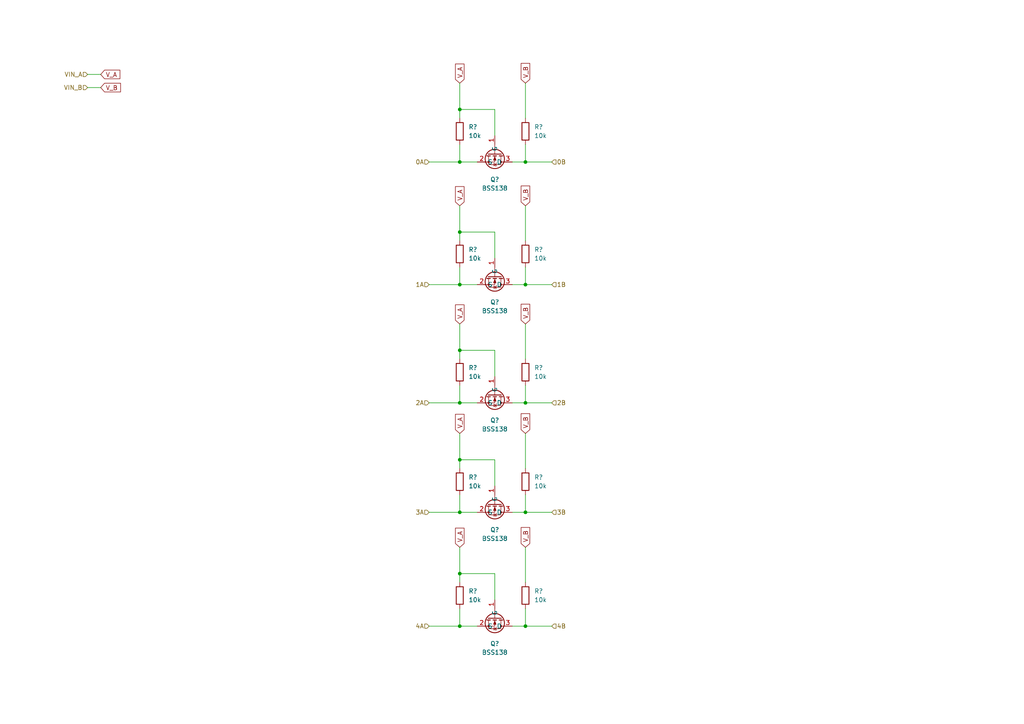
<source format=kicad_sch>
(kicad_sch (version 20211123) (generator eeschema)
  (paper "A4")
  (lib_symbols
    (symbol "000_MOSFET_Immo:BSS138"
      (property "Reference" "Q" (at 5.08 1.905 0))
      (property "Value" "BSS138" (at 5.08 0 0))
      (symbol "BSS138_0_1"
        (polyline (pts (xy 0.254 0) (xy -2.54 0)))
        (polyline (pts (xy 0.254 1.905) (xy 0.254 -1.905)) (stroke (width 0.254)))
        (polyline (pts (xy 0.762 -1.27) (xy 0.762 -2.286)) (stroke (width 0.254)))
        (polyline (pts (xy 0.762 0.508) (xy 0.762 -0.508)) (stroke (width 0.254)))
        (polyline (pts (xy 0.762 2.286) (xy 0.762 1.27)) (stroke (width 0.254)))
        (polyline (pts (xy 2.54 2.54) (xy 2.54 1.778)))
        (polyline (pts (xy 2.54 -2.54) (xy 2.54 0) (xy 0.762 0)))
        (polyline (pts (xy 0.762 -1.778) (xy 3.302 -1.778) (xy 3.302 1.778) (xy 0.762 1.778)))
        (polyline (pts (xy 1.016 0) (xy 2.032 0.381) (xy 2.032 -0.381) (xy 1.016 0)) (fill (type outline)))
        (polyline (pts (xy 2.794 0.508) (xy 2.921 0.381) (xy 3.683 0.381) (xy 3.81 0.254)))
        (polyline (pts (xy 3.302 0.381) (xy 2.921 -0.254) (xy 3.683 -0.254) (xy 3.302 0.381)))
        (circle (center 1.651 0) (radius 2.794) (stroke (width 0.254)))
        (circle (center 2.54 -1.778) (radius 0.254) (fill (type outline)))
        (circle (center 2.54 1.778) (radius 0.254) (fill (type outline)))
      )
      (symbol "BSS138_1_1"
        (pin input line (at -5.08 0 0) (length 2.54) (name "G") (number "1"))
        (pin passive line (at 2.54 -5.08 90) (length 2.54) (name "S") (number "2"))
        (pin passive line (at 2.54 5.08 270) (length 2.54) (name "D") (number "3"))
      )
    )
    (symbol "000_Resistors_Immo:Resistor_0805" (pin_numbers hide) (pin_names (offset 0))
      (property "Reference" "R?" (at 2.54 1.2701 0))
      (property "Value" "Resistor_0805" (at 2.54 -1.2699 0))
      (symbol "Resistor_0805_0_1"
        (rectangle (start -1.016 -2.54) (end 1.016 2.54) (stroke (width 0.254)))
      )
      (symbol "Resistor_0805_1_1"
        (pin passive line (at 0 3.81 270) (length 1.27) (name "~") (number "1"))
        (pin passive line (at 0 -3.81 90) (length 1.27) (name "~") (number "2"))
      )
    )
  )
  (junction (at 133.35 181.61))
  (junction (at 133.35 67.31))
  (junction (at 133.35 46.99))
  (junction (at 133.35 82.55))
  (junction (at 152.4 148.59))
  (junction (at 152.4 82.55))
  (junction (at 133.35 116.84))
  (junction (at 133.35 133.35))
  (junction (at 152.4 181.61))
  (junction (at 152.4 116.84))
  (junction (at 133.35 148.59))
  (junction (at 133.35 101.6))
  (junction (at 152.4 46.99))
  (junction (at 133.35 166.37))
  (junction (at 133.35 31.75))
  (wire (pts (xy 152.4 77.47) (xy 152.4 82.55)))
  (wire (pts (xy 143.51 31.75) (xy 133.35 31.75)))
  (wire (pts (xy 133.35 143.51) (xy 133.35 148.59)))
  (wire (pts (xy 133.35 41.91) (xy 133.35 46.99)))
  (wire (pts (xy 152.4 143.51) (xy 152.4 148.59)))
  (wire (pts (xy 152.4 41.91) (xy 152.4 46.99)))
  (wire (pts (xy 148.59 82.55) (xy 152.4 82.55)))
  (wire (pts (xy 133.35 125.73) (xy 133.35 133.35)))
  (wire (pts (xy 148.59 148.59) (xy 152.4 148.59)))
  (wire (pts (xy 124.46 46.99) (xy 133.35 46.99)))
  (wire (pts (xy 133.35 111.76) (xy 133.35 116.84)))
  (wire (pts (xy 124.46 82.55) (xy 133.35 82.55)))
  (wire (pts (xy 152.4 24.13) (xy 152.4 34.29)))
  (wire (pts (xy 143.51 67.31) (xy 133.35 67.31)))
  (wire (pts (xy 133.35 67.31) (xy 133.35 69.85)))
  (wire (pts (xy 143.51 31.75) (xy 143.51 39.37)))
  (wire (pts (xy 133.35 82.55) (xy 138.43 82.55)))
  (wire (pts (xy 152.4 125.73) (xy 152.4 135.89)))
  (wire (pts (xy 133.35 93.98) (xy 133.35 101.6)))
  (wire (pts (xy 133.35 176.53) (xy 133.35 181.61)))
  (wire (pts (xy 152.4 158.75) (xy 152.4 168.91)))
  (wire (pts (xy 133.35 24.13) (xy 133.35 31.75)))
  (wire (pts (xy 133.35 133.35) (xy 133.35 135.89)))
  (wire (pts (xy 143.51 166.37) (xy 133.35 166.37)))
  (wire (pts (xy 143.51 67.31) (xy 143.51 74.93)))
  (wire (pts (xy 133.35 101.6) (xy 133.35 104.14)))
  (wire (pts (xy 133.35 77.47) (xy 133.35 82.55)))
  (wire (pts (xy 152.4 59.69) (xy 152.4 69.85)))
  (wire (pts (xy 133.35 181.61) (xy 138.43 181.61)))
  (wire (pts (xy 124.46 181.61) (xy 133.35 181.61)))
  (wire (pts (xy 152.4 82.55) (xy 160.02 82.55)))
  (wire (pts (xy 143.51 133.35) (xy 133.35 133.35)))
  (wire (pts (xy 152.4 46.99) (xy 160.02 46.99)))
  (wire (pts (xy 133.35 116.84) (xy 138.43 116.84)))
  (wire (pts (xy 133.35 31.75) (xy 133.35 34.29)))
  (wire (pts (xy 133.35 166.37) (xy 133.35 168.91)))
  (wire (pts (xy 148.59 116.84) (xy 152.4 116.84)))
  (wire (pts (xy 25.4 25.4) (xy 29.21 25.4)))
  (wire (pts (xy 152.4 93.98) (xy 152.4 104.14)))
  (wire (pts (xy 152.4 181.61) (xy 160.02 181.61)))
  (wire (pts (xy 133.35 59.69) (xy 133.35 67.31)))
  (wire (pts (xy 143.51 101.6) (xy 133.35 101.6)))
  (wire (pts (xy 148.59 181.61) (xy 152.4 181.61)))
  (wire (pts (xy 152.4 148.59) (xy 160.02 148.59)))
  (wire (pts (xy 133.35 158.75) (xy 133.35 166.37)))
  (wire (pts (xy 124.46 116.84) (xy 133.35 116.84)))
  (wire (pts (xy 124.46 148.59) (xy 133.35 148.59)))
  (wire (pts (xy 148.59 46.99) (xy 152.4 46.99)))
  (wire (pts (xy 152.4 111.76) (xy 152.4 116.84)))
  (wire (pts (xy 152.4 176.53) (xy 152.4 181.61)))
  (wire (pts (xy 25.4 21.59) (xy 29.21 21.59)))
  (wire (pts (xy 143.51 101.6) (xy 143.51 109.22)))
  (wire (pts (xy 152.4 116.84) (xy 160.02 116.84)))
  (wire (pts (xy 143.51 133.35) (xy 143.51 140.97)))
  (wire (pts (xy 133.35 46.99) (xy 138.43 46.99)))
  (wire (pts (xy 143.51 166.37) (xy 143.51 173.99)))
  (wire (pts (xy 133.35 148.59) (xy 138.43 148.59)))
  (global_label "V_B" (shape input) (at 152.4 125.73 90) (property "Intersheet References" "${INTERSHEET_REFS}" (effects hide)))
  (global_label "V_A" (shape input) (at 133.35 158.75 90) (property "Intersheet References" "${INTERSHEET_REFS}" (effects hide)))
  (global_label "V_A" (shape input) (at 29.21 21.59 0) (property "Intersheet References" "${INTERSHEET_REFS}" (effects hide)))
  (global_label "V_B" (shape input) (at 152.4 158.75 90) (property "Intersheet References" "${INTERSHEET_REFS}" (effects hide)))
  (global_label "V_A" (shape input) (at 133.35 125.73 90) (property "Intersheet References" "${INTERSHEET_REFS}" (effects hide)))
  (global_label "V_B" (shape input) (at 152.4 93.98 90) (property "Intersheet References" "${INTERSHEET_REFS}" (effects hide)))
  (global_label "V_A" (shape input) (at 133.35 59.69 90) (property "Intersheet References" "${INTERSHEET_REFS}" (effects hide)))
  (global_label "V_B" (shape input) (at 152.4 59.69 90) (property "Intersheet References" "${INTERSHEET_REFS}" (effects hide)))
  (global_label "V_A" (shape input) (at 133.35 24.13 90) (property "Intersheet References" "${INTERSHEET_REFS}" (effects hide)))
  (global_label "V_A" (shape input) (at 133.35 93.98 90) (property "Intersheet References" "${INTERSHEET_REFS}" (effects hide)))
  (global_label "V_B" (shape input) (at 152.4 24.13 90) (property "Intersheet References" "${INTERSHEET_REFS}" (effects hide)))
  (global_label "V_B" (shape input) (at 29.21 25.4 0) (property "Intersheet References" "${INTERSHEET_REFS}" (effects hide)))
  (hierarchical_label "3B" (shape input) (at 160.02 148.59 0))
  (hierarchical_label "2B" (shape input) (at 160.02 116.84 0))
  (hierarchical_label "4B" (shape input) (at 160.02 181.61 0))
  (hierarchical_label "3A" (shape input) (at 124.46 148.59 180))
  (hierarchical_label "0B" (shape input) (at 160.02 46.99 0))
  (hierarchical_label "1A" (shape input) (at 124.46 82.55 180))
  (hierarchical_label "VIN_B" (shape input) (at 25.4 25.4 180))
  (hierarchical_label "VIN_A" (shape input) (at 25.4 21.59 180))
  (hierarchical_label "2A" (shape input) (at 124.46 116.84 180))
  (hierarchical_label "4A" (shape input) (at 124.46 181.61 180))
  (hierarchical_label "0A" (shape input) (at 124.46 46.99 180))
  (hierarchical_label "1B" (shape input) (at 160.02 82.55 0))
  (symbol (lib_id "000_Resistors_Immo:Resistor_0805") (at 152.4 172.72 0) (unit 1)
    (property "Reference" "R?" (at 154.94 171.4499 0) (effects (justify left)))
    (property "Value" "10k" (at 154.94 173.9899 0) (effects (justify left)))
    (property "Footprint" "Resistor_SMD:R_0805_2012Metric_Pad1.20x1.40mm_HandSolder" (effects hide))
  )
  (symbol (lib_id "000_MOSFET_Immo:BSS138") (at 143.51 44.45 270) (unit 1)
    (property "Reference" "Q?" (at 143.51 52.07 90))
    (property "Value" "BSS138" (at 143.51 54.61 90))
    (property "Footprint" "Package_TO_SOT_SMD:SOT-23" (effects hide))
    (property "Datasheet" "https://www.onsemi.com/pub/Collateral/BSS138-D.PDF" (effects hide))
  )
  (symbol (lib_id "000_Resistors_Immo:Resistor_0805") (at 152.4 107.95 0) (unit 1)
    (property "Reference" "R?" (at 154.94 106.6799 0) (effects (justify left)))
    (property "Value" "10k" (at 154.94 109.2199 0) (effects (justify left)))
    (property "Footprint" "Resistor_SMD:R_0805_2012Metric_Pad1.20x1.40mm_HandSolder" (effects hide))
  )
  (symbol (lib_id "000_MOSFET_Immo:BSS138") (at 143.51 80.01 270) (unit 1)
    (property "Reference" "Q?" (at 143.51 87.63 90))
    (property "Value" "BSS138" (at 143.51 90.17 90))
    (property "Footprint" "Package_TO_SOT_SMD:SOT-23" (effects hide))
    (property "Datasheet" "https://www.onsemi.com/pub/Collateral/BSS138-D.PDF" (effects hide))
  )
  (symbol (lib_id "000_Resistors_Immo:Resistor_0805") (at 133.35 107.95 0) (unit 1)
    (property "Reference" "R?" (at 135.89 106.6799 0) (effects (justify left)))
    (property "Value" "10k" (at 135.89 109.2199 0) (effects (justify left)))
    (property "Footprint" "Resistor_SMD:R_0805_2012Metric_Pad1.20x1.40mm_HandSolder" (effects hide))
  )
  (symbol (lib_id "000_Resistors_Immo:Resistor_0805") (at 152.4 73.66 0) (unit 1)
    (property "Reference" "R?" (at 154.94 72.3899 0) (effects (justify left)))
    (property "Value" "10k" (at 154.94 74.9299 0) (effects (justify left)))
    (property "Footprint" "Resistor_SMD:R_0805_2012Metric_Pad1.20x1.40mm_HandSolder" (effects hide))
  )
  (symbol (lib_id "000_MOSFET_Immo:BSS138") (at 143.51 146.05 270) (unit 1)
    (property "Reference" "Q?" (at 143.51 153.67 90))
    (property "Value" "BSS138" (at 143.51 156.21 90))
    (property "Footprint" "Package_TO_SOT_SMD:SOT-23" (effects hide))
    (property "Datasheet" "https://www.onsemi.com/pub/Collateral/BSS138-D.PDF" (effects hide))
  )
  (symbol (lib_id "000_Resistors_Immo:Resistor_0805") (at 152.4 38.1 0) (unit 1)
    (property "Reference" "R?" (at 154.94 36.8299 0) (effects (justify left)))
    (property "Value" "10k" (at 154.94 39.3699 0) (effects (justify left)))
    (property "Footprint" "Resistor_SMD:R_0805_2012Metric_Pad1.20x1.40mm_HandSolder" (effects hide))
  )
  (symbol (lib_id "000_Resistors_Immo:Resistor_0805") (at 133.35 172.72 0) (unit 1)
    (property "Reference" "R?" (at 135.89 171.4499 0) (effects (justify left)))
    (property "Value" "10k" (at 135.89 173.9899 0) (effects (justify left)))
    (property "Footprint" "Resistor_SMD:R_0805_2012Metric_Pad1.20x1.40mm_HandSolder" (effects hide))
  )
  (symbol (lib_id "000_MOSFET_Immo:BSS138") (at 143.51 114.3 270) (unit 1)
    (property "Reference" "Q?" (at 143.51 121.92 90))
    (property "Value" "BSS138" (at 143.51 124.46 90))
    (property "Footprint" "Package_TO_SOT_SMD:SOT-23" (effects hide))
    (property "Datasheet" "https://www.onsemi.com/pub/Collateral/BSS138-D.PDF" (effects hide))
  )
  (symbol (lib_id "000_Resistors_Immo:Resistor_0805") (at 133.35 73.66 0) (unit 1)
    (property "Reference" "R?" (at 135.89 72.3899 0) (effects (justify left)))
    (property "Value" "10k" (at 135.89 74.9299 0) (effects (justify left)))
    (property "Footprint" "Resistor_SMD:R_0805_2012Metric_Pad1.20x1.40mm_HandSolder" (effects hide))
  )
  (symbol (lib_id "000_Resistors_Immo:Resistor_0805") (at 152.4 139.7 0) (unit 1)
    (property "Reference" "R?" (at 154.94 138.4299 0) (effects (justify left)))
    (property "Value" "10k" (at 154.94 140.9699 0) (effects (justify left)))
    (property "Footprint" "Resistor_SMD:R_0805_2012Metric_Pad1.20x1.40mm_HandSolder" (effects hide))
  )
  (symbol (lib_id "000_Resistors_Immo:Resistor_0805") (at 133.35 38.1 0) (unit 1)
    (property "Reference" "R?" (at 135.89 36.8299 0) (effects (justify left)))
    (property "Value" "10k" (at 135.89 39.3699 0) (effects (justify left)))
    (property "Footprint" "Resistor_SMD:R_0805_2012Metric_Pad1.20x1.40mm_HandSolder" (effects hide))
  )
  (symbol (lib_id "000_MOSFET_Immo:BSS138") (at 143.51 179.07 270) (unit 1)
    (property "Reference" "Q?" (at 143.51 186.69 90))
    (property "Value" "BSS138" (at 143.51 189.23 90))
    (property "Footprint" "Package_TO_SOT_SMD:SOT-23" (effects hide))
    (property "Datasheet" "https://www.onsemi.com/pub/Collateral/BSS138-D.PDF" (effects hide))
  )
  (symbol (lib_id "000_Resistors_Immo:Resistor_0805") (at 133.35 139.7 0) (unit 1)
    (property "Reference" "R?" (at 135.89 138.4299 0) (effects (justify left)))
    (property "Value" "10k" (at 135.89 140.9699 0) (effects (justify left)))
    (property "Footprint" "Resistor_SMD:R_0805_2012Metric_Pad1.20x1.40mm_HandSolder" (effects hide))
  )
)
</source>
